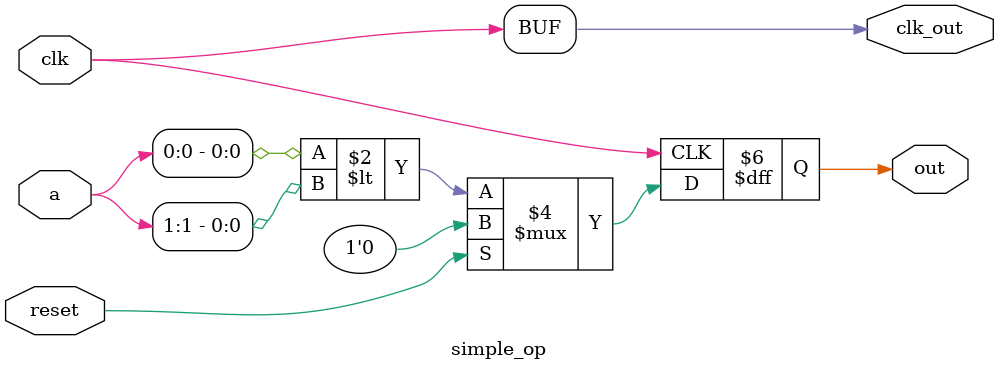
<source format=v>
module simple_op(
    clk,
    reset,
    a,
    out,
    clk_out
    );

    input   clk;
    input   reset;
    input   [1:0] a;

    output  out;
    output  clk_out;

    assign clk_out = clk;

    always @(posedge clk)
    begin
        case(reset)
            1'b0:       out <= (a[0] < a[1]);
            default:    out <= 1'b0;
        endcase
    end
endmodule
</source>
